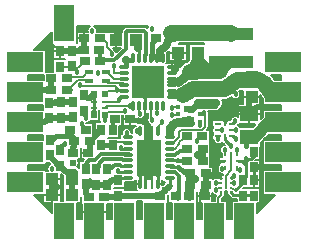
<source format=gtl>
G04 DipTrace 2.4.0.2*
%INQiUSBCharger.gtl*%
%MOMM*%
%ADD10C,0.25*%
%ADD13C,0.127*%
%ADD14C,0.203*%
%ADD15C,0.28*%
%ADD16C,0.533*%
%ADD17C,0.457*%
%ADD18C,1.016*%
%ADD20C,0.254*%
%ADD21C,0.635*%
%ADD22C,1.372*%
%ADD23C,0.305*%
%ADD24C,0.5*%
%ADD25C,0.381*%
%ADD26C,0.864*%
%ADD27C,0.787*%
%ADD28C,0.711*%
%ADD29C,0.613*%
%ADD33C,0.762*%
%ADD34C,0.965*%
%ADD35C,1.0*%
%ADD36C,0.508*%
%ADD37C,0.3*%
%ADD38R,1.7X1.6*%
%ADD39R,1.7X2.0*%
%ADD40R,1.6X1.7*%
%ADD41R,2.032X1.7*%
%ADD42R,0.7X0.9*%
%ADD43R,1.1X1.0*%
%ADD44R,0.9X0.7*%
%ADD45R,1.0X1.1*%
%ADD46R,3.7X0.98*%
%ADD47R,2.0X1.7*%
%ADD49R,0.5X0.525*%
%ADD50R,0.5X0.25*%
%ADD52R,0.7X0.45*%
%ADD53R,1.5X1.3*%
%ADD55R,0.325X0.3*%
%ADD56R,0.95X0.613*%
%ADD59O,0.28X1.0*%
%ADD60O,1.0X0.28*%
%ADD61C,0.711*%
%ADD65R,2.7X2.7*%
%ADD67C,0.25*%
%ADD70R,0.25X0.5*%
%ADD72R,0.25X0.4*%
%ADD73R,0.45X0.25*%
%ADD75C,0.559*%
%ADD77C,0.61*%
%FSLAX53Y53*%
G04*
G71*
G90*
G75*
G01*
%LNTop*%
%LPD*%
X22904Y19504D2*
D13*
X23401D1*
X23474Y19577D1*
X25304D2*
Y19504D1*
X25605D1*
Y19666D1*
X22713Y17161D2*
X23045D1*
X23502Y17618D1*
Y18095D1*
X23652Y18245D1*
X25483D1*
X25760Y18523D1*
Y19822D1*
X25605Y19666D1*
X18848Y22574D2*
X18034D1*
X17443Y23164D1*
X17365D1*
X15865D2*
X15829Y23200D1*
X15369Y22740D1*
X14009D1*
Y22635D1*
X22713Y16661D2*
D14*
X23138D1*
X23532Y17056D1*
Y17190D1*
X23824Y17481D1*
X23960D1*
X24179Y17701D1*
X13479Y16525D2*
D13*
Y16870D1*
X13705Y17096D1*
X13834D1*
X24999Y17340D2*
X25360Y17701D1*
X25479D1*
X22713Y14161D2*
D15*
Y13524D1*
D16*
X21837Y12648D1*
X21925D1*
X17198Y12559D2*
X18240D1*
X18358Y12677D1*
X21895D1*
X21925Y12648D1*
X22290Y13142D2*
Y13113D1*
X21825Y12648D1*
X25532Y15577D2*
X25512Y16639D1*
X25532Y15577D2*
Y15735D1*
D17*
X25128Y16139D1*
X12548Y20568D2*
D16*
X13515D1*
X13542Y20595D1*
X14519D1*
Y20624D1*
X13033Y20609D2*
Y20595D1*
X14519D1*
X18389Y14008D2*
D13*
X18358Y13977D1*
X17452Y13612D2*
D16*
X16537D1*
X16524Y13626D1*
X16009D1*
X15636D1*
X15612Y13650D1*
X19213Y14161D2*
D15*
X18542D1*
D16*
X18358Y13977D1*
X17817D1*
X17452Y13612D1*
X16009Y13891D2*
Y13626D1*
X15612Y13650D2*
Y12846D1*
X15898Y12559D1*
X27884Y13367D2*
D14*
X28224Y13197D1*
D20*
X29053Y13797D1*
X28940Y13986D1*
X28515Y15600D2*
D10*
X28848D1*
D20*
X29197Y15250D1*
Y14243D1*
X28940Y13986D1*
X29859Y16373D2*
X29998D1*
Y16214D1*
X29572Y15788D1*
X29327D1*
X29197Y15659D1*
Y15250D1*
X22948Y21574D2*
Y21074D1*
X29669Y22745D2*
D21*
X31345Y21344D1*
D22*
X30738Y22256D1*
D20*
X31590Y21430D1*
X29223Y15747D2*
X29264Y15788D1*
X29327D1*
X27913Y16916D2*
D10*
X27396Y17432D1*
Y17629D1*
X22948Y21574D2*
D23*
Y21221D1*
D21*
X23877Y21189D1*
D22*
X24678Y21688D1*
X27371Y21690D1*
X28415Y22444D1*
X30276Y22433D1*
D24*
X29669Y22745D1*
X28302Y21249D2*
D13*
X27371Y21690D1*
X31590Y18890D2*
D26*
X31164D1*
D18*
X29933Y17658D1*
D26*
X29479D1*
X27884Y14167D2*
D10*
X27971Y14254D1*
X28024D1*
X28148Y14378D1*
X29479Y17658D2*
D16*
Y17499D1*
X29159Y17179D1*
D25*
Y16886D1*
X22713Y14661D2*
D15*
X23182D1*
D23*
X23497Y14347D1*
Y12949D1*
X23472Y12973D1*
Y12441D1*
X23431D1*
X23225Y12648D1*
X17452Y14912D2*
X17686D1*
X18074Y15300D1*
X18500D1*
D15*
X18639Y15161D1*
X19213D1*
X21148Y24374D2*
D25*
X21189D1*
Y25634D1*
X21570Y26015D1*
X27940Y16205D2*
D14*
Y14995D1*
X27484Y14167D2*
Y13367D1*
Y14167D2*
Y14372D1*
X27940Y14827D1*
Y14995D1*
X22713Y15161D2*
D20*
X22742D1*
Y15128D1*
X23390D1*
D25*
X23939Y14675D1*
D20*
X24477Y14598D1*
D27*
Y13568D1*
D20*
X24489D1*
X25304Y20227D2*
Y20203D1*
Y20369D1*
X24955D1*
X24629Y20043D1*
X24389D1*
X24489Y13568D2*
D27*
X24381D1*
Y12646D1*
X24869Y14090D2*
D20*
X24381Y13602D1*
Y13568D1*
X26679Y20517D2*
Y20203D1*
X25304D1*
X18848Y23574D2*
X18997Y23723D1*
Y24184D1*
X19458D1*
X19648Y24374D1*
X18997Y24184D2*
D15*
X18848Y23574D1*
X18997Y24184D2*
D17*
X19458D1*
D15*
X19648Y24374D1*
X18997Y24184D2*
D17*
Y23723D1*
D15*
X18848Y23574D1*
X26679Y20517D2*
D28*
X25090D1*
D29*
X24616Y20043D1*
X24389D1*
X22713Y15661D2*
D15*
X23436D1*
D23*
X23375Y15600D1*
X24208D1*
X24232Y15577D1*
X19213Y15661D2*
D15*
X18790D1*
D23*
X18676Y15775D1*
X17117D1*
X16739Y15397D1*
Y15141D1*
X16524Y14926D1*
X22713Y16161D2*
D15*
X23174D1*
D23*
X23316Y16304D1*
X23465D1*
X23609Y16447D1*
X24060D1*
Y16790D1*
X24212Y16639D1*
X15612Y14950D2*
Y15392D1*
X15883Y15664D1*
X16394D1*
X16938Y16207D1*
X19259D1*
D15*
X19213Y16161D1*
X28440Y16205D2*
D13*
Y16536D1*
X28396D1*
X21713Y18161D2*
Y18502D1*
X22090Y18879D1*
X27440Y14995D2*
X27199D1*
Y14958D1*
X20213Y18161D2*
X19949D1*
X19931Y18179D1*
X28440Y14995D2*
Y14865D1*
X28710D1*
X28328Y17492D2*
X28320D1*
X28247Y17419D1*
Y17478D1*
X27996Y17729D1*
Y18229D2*
X28356Y18233D1*
X27440Y16205D2*
Y16530D1*
X27390Y16579D1*
X23474Y20227D2*
X23014D1*
X22916Y20128D1*
X25304Y18927D2*
Y18705D1*
X25276Y18676D1*
X14309Y18250D2*
D16*
Y17794D1*
X14640Y17463D1*
Y17282D1*
Y16780D1*
X14546D1*
Y16311D1*
X14537Y16303D1*
X12563Y17407D2*
D17*
X12785D1*
X13127Y17749D1*
X14173D1*
X14640Y17282D1*
X19213Y16661D2*
D15*
X18599D1*
X14561Y16780D2*
D16*
X14546D1*
X19213Y16661D2*
D15*
X18653D1*
D23*
X18597Y16717D1*
X31172Y15084D2*
D20*
X30169D1*
X29845Y14760D1*
Y13985D1*
X27084Y14167D2*
D10*
X26918Y14334D1*
X26627D1*
X27365Y15600D2*
D20*
X26951D1*
X26584Y15234D1*
Y14377D1*
X26627Y14334D1*
X31172Y15084D2*
D16*
X31162Y15073D1*
X29859D1*
X12755Y14071D2*
Y13398D1*
Y12753D1*
X12777Y12732D1*
X25777Y14598D2*
Y13580D1*
X25789Y13568D1*
Y12646D1*
X25681D1*
X22948Y23574D2*
D15*
Y23074D1*
Y23574D2*
X23532Y24075D1*
D16*
X23443Y24798D1*
X13293Y13398D2*
X12755D1*
X23355Y24014D2*
X23417Y24075D1*
X23532D1*
X25789Y13568D2*
Y13456D1*
D17*
X25431Y13098D1*
X21713Y13661D2*
D15*
Y14428D1*
D16*
Y15161D1*
X20963Y15911D1*
X20213Y13661D2*
D15*
Y14428D1*
D16*
Y15161D1*
X20963Y15911D1*
X14432Y24948D2*
X13468D1*
X13413Y24893D1*
X28222Y19937D2*
X28298Y20013D1*
X29933D1*
X29479Y19558D1*
X18358Y26522D2*
Y26037D1*
X18176Y25856D1*
X16952Y18258D2*
D17*
X15940Y17282D1*
D16*
Y16405D1*
X15837Y16303D1*
X16952Y18258D2*
X16719D1*
D17*
Y18057D1*
X16547Y17885D1*
X26584Y15234D2*
D23*
Y16058D1*
X26263Y16379D1*
Y18968D1*
X26680Y19385D1*
X27670D1*
X28222Y19937D1*
X27396Y18829D2*
D10*
Y19112D1*
D16*
X27670Y19385D1*
X26627Y14334D2*
D25*
X26281D1*
D16*
X26041D1*
X25777Y14598D1*
X29479Y19558D2*
Y20855D1*
X29669Y21045D1*
X14432Y24948D2*
X14963D1*
X15068Y25053D1*
X15477D1*
Y25966D1*
X15507Y25996D1*
X23355Y24014D2*
X23296Y23331D1*
D15*
X22948Y23074D1*
X14902Y24891D2*
D16*
X14963Y24948D1*
X19386Y19148D2*
D25*
Y19063D1*
X20443D1*
X20931Y18574D1*
Y15943D1*
X20963Y15911D1*
X31075Y20159D2*
D17*
X30580D1*
D16*
X30080D1*
X29479Y19558D1*
X25262Y11242D2*
D13*
Y12928D1*
X25431Y13098D1*
X12181Y25536D2*
X12770D1*
X13413Y24893D1*
X20898Y21424D2*
D16*
Y22324D1*
X20648Y20274D2*
D15*
Y21040D1*
D16*
Y22074D1*
X20898Y22324D1*
X20393Y15911D2*
X20963D1*
X19213Y17661D2*
D13*
Y17845D1*
X19072Y17987D1*
X15609Y18250D2*
Y18392D1*
X15277Y18724D1*
X21148Y20274D2*
Y19205D1*
X21243Y19110D1*
X16807Y25996D2*
Y26231D1*
X17435Y25603D1*
Y25267D1*
X17824Y24878D1*
Y24681D1*
X19648Y20274D2*
X19399D1*
X19395Y20278D1*
X27084Y12967D2*
D14*
Y12745D1*
X26849Y12510D1*
Y11609D1*
D13*
X26510Y11270D1*
X19395Y20278D2*
X17357D1*
X17213Y20133D1*
X20148Y20274D2*
Y19721D1*
X20245Y19624D1*
X27996Y18729D2*
Y18735D1*
X28277Y19016D1*
X15473Y19869D2*
Y19451D1*
X15662Y19263D1*
X20148Y24374D2*
D15*
Y25428D1*
D23*
X19952D1*
Y25779D1*
D13*
X19876Y25856D1*
X10000Y21430D2*
X11270D1*
X12709Y22635D2*
D16*
Y21637D1*
X12698D1*
X11477D1*
X11270Y21430D1*
X20078Y25185D2*
D13*
Y25379D1*
D23*
Y25185D1*
Y25821D1*
X19876Y25856D1*
X18848Y23074D2*
D13*
X17989D1*
Y23629D1*
X11270Y18890D2*
D16*
X12170D1*
X12548Y19268D1*
X13515D1*
X13542Y19295D1*
X14490D1*
X14519Y19324D1*
X19213Y17161D2*
D14*
Y17227D1*
X18176D1*
X17887Y16938D1*
D25*
X16972D1*
X16952Y16958D1*
X19213Y14661D2*
D15*
X18983D1*
D13*
X18949Y14695D1*
D20*
X18312D1*
Y14783D1*
X14455Y14071D2*
D16*
Y14248D1*
X13479Y15225D1*
X14477Y12732D2*
Y14049D1*
X14455Y14071D1*
X14744Y14723D2*
X13980D1*
X13479Y15225D1*
X13385D1*
X12502Y16107D1*
X12563D1*
X16854Y24102D2*
D23*
Y24137D1*
Y24976D1*
X16777Y25053D1*
X16854Y24137D2*
X18048D1*
X19013Y25102D1*
Y26517D1*
X19139Y26643D1*
X20567D1*
X20715Y26495D1*
Y24568D1*
D15*
X20648Y24501D1*
Y24374D1*
X27884Y13767D2*
D13*
X28171Y13756D1*
X18965Y19855D2*
Y19749D1*
X17464D1*
X17213Y19498D1*
X18848Y21574D2*
X18491D1*
X18232Y21832D1*
X18126Y21938D1*
X15273D1*
X15174Y22037D1*
X27084Y13767D2*
X26626D1*
X26607Y13748D1*
X27157Y18232D2*
X26800D1*
X26796Y18229D1*
X18234Y21596D2*
X18232Y21598D1*
Y21832D1*
X18234Y21567D2*
X17507D1*
X17213Y21273D1*
X27084Y13367D2*
X26849D1*
X26644Y13162D1*
X26836Y17489D2*
Y17690D1*
X26796Y17729D1*
X18848Y21074D2*
X18765D1*
X18504Y20812D1*
X18415D1*
Y20633D1*
X17213D1*
X18848Y22074D2*
Y22211D1*
X17518D1*
X17365Y22364D1*
X15865D2*
Y22473D1*
X14939D1*
X14334Y21868D1*
Y21743D1*
X14440Y21637D1*
X13998D1*
X22870Y26015D2*
D25*
Y26458D1*
D22*
X27893D1*
Y26391D1*
X21648Y24374D2*
D15*
X22148D1*
X22870Y26015D2*
D13*
X22656Y25981D1*
D21*
X22427Y25363D1*
X21900Y24894D1*
D23*
Y24126D1*
D13*
X22148Y24374D1*
X22948Y22574D2*
D15*
Y22074D1*
Y22574D2*
D23*
X22752Y22344D1*
D16*
X23412Y22309D1*
D33*
X24447Y23192D1*
D22*
X25714Y23267D1*
X26962D1*
D34*
X27716Y24021D1*
X27893D1*
X25143Y24798D2*
D35*
Y23837D1*
D22*
X25714Y23267D1*
X24275Y23213D2*
D33*
X24447Y23192D1*
X13413Y23593D2*
D13*
X14377D1*
X14432Y23648D1*
X21648Y20274D2*
Y19732D1*
X21670Y19710D1*
X14432Y23648D2*
Y23577D1*
X14704Y23305D1*
X14980Y23580D1*
X15032D1*
X15554Y24102D1*
X14888Y23174D2*
X14757Y23305D1*
X14704D1*
X17887Y18238D2*
D23*
Y18949D1*
X18086Y19148D1*
X23107Y18901D2*
D36*
X24418Y19181D1*
X24461Y19024D1*
D20*
X24389Y19111D1*
X23474Y18927D2*
X24205D1*
X24389Y19111D1*
D29*
X24505Y18814D1*
X23361D1*
D37*
X23474Y18927D1*
X22720Y18014D2*
X23114Y18898D1*
X23474Y18927D1*
X22713Y17661D2*
D15*
Y18008D1*
D28*
X22720Y18014D1*
Y18405D1*
D27*
X23023Y18708D1*
D37*
X23255D1*
X23474Y18927D1*
X15941Y20937D2*
D17*
X15977D1*
D24*
X16313Y21273D1*
Y21014D1*
D10*
Y20633D1*
Y20133D1*
Y19741D1*
D24*
Y19498D1*
X15941Y20937D2*
D17*
X15705D1*
D16*
X15473Y21169D1*
X27884Y12967D2*
D20*
X28109Y12743D1*
X28882D1*
X28940Y12686D1*
Y12744D1*
X29787D1*
X29845Y12685D1*
D17*
X28171Y13756D3*
X28148Y14378D3*
D75*
X31172Y15084D3*
D17*
X26627Y14334D3*
X17824Y24681D3*
X28396Y16536D3*
X27199Y14958D3*
X28710Y14865D3*
X18312Y14783D3*
X14744Y14723D3*
X13834Y17096D3*
X24999Y17340D3*
X16009Y13891D3*
X13033Y20609D3*
D77*
X22290Y13142D3*
D17*
X21243Y19110D3*
D28*
X25128Y16139D3*
D17*
X22916Y20128D3*
X25276Y18676D3*
X22904Y19504D3*
X25605Y19666D3*
D28*
X24869Y14090D3*
X26679Y20517D3*
D17*
X17989Y23629D3*
X19395Y20278D3*
D28*
X22720Y18014D3*
D17*
X15941Y20937D3*
X18415Y20812D3*
X21670Y19710D3*
X20245Y19624D3*
D28*
X20078Y25185D3*
D17*
X19931Y18179D3*
X22090Y18879D3*
X26607Y13748D3*
D28*
X24275Y23213D3*
D17*
X27157Y18232D3*
X26836Y17489D3*
X29223Y15747D3*
X27913Y16916D3*
X28328Y17492D3*
X28277Y19016D3*
X19072Y17987D3*
X13293Y13398D3*
D28*
X18997Y24184D3*
X18358Y26522D3*
X23355Y24014D3*
D77*
X14524Y15466D3*
D17*
X25431Y13098D3*
X15174Y22037D3*
X18965Y19855D3*
X26644Y13162D3*
X29159Y16886D3*
X28356Y18233D3*
X27390Y16579D3*
X28302Y21249D3*
X12766Y14962D3*
X17214Y19104D3*
D28*
X28222Y19937D3*
D17*
X18597Y16717D3*
X15277Y18724D3*
X14561Y16780D3*
X16547Y17885D3*
X14888Y23174D3*
D75*
X14902Y24891D3*
D17*
X18234Y21596D3*
X16640Y23103D3*
X16178Y26665D3*
X15662Y19263D3*
X12181Y25536D3*
X11049Y22723D3*
Y20158D3*
X11152Y17623D3*
X11171Y15098D3*
X15079Y11245D3*
X11787Y12403D3*
X17667Y11228D3*
X20181D3*
X22683Y11166D3*
X25262Y11242D3*
X27797Y11336D3*
X30707Y12444D3*
X31341Y17613D3*
X31075Y20159D3*
X31749Y22698D3*
X21268Y26814D3*
X14869Y26933D2*
D13*
X15837D1*
X16520D2*
X18935D1*
X20770D2*
X20849D1*
X14869Y26809D2*
X15766D1*
X16589D2*
X18800D1*
X14869Y26686D2*
X15742D1*
X16615D2*
X18697D1*
X14869Y26562D2*
X15754D1*
X16601D2*
X18655D1*
X12652Y26438D2*
X12752D1*
X12529Y26315D2*
X12752D1*
X12406Y26191D2*
X12752D1*
X12281Y26067D2*
X12752D1*
X12158Y25944D2*
X12752D1*
X12035Y25820D2*
X12752D1*
X11910Y25696D2*
X12752D1*
X11787Y25573D2*
X12752D1*
X23528D2*
X25634D1*
X11664Y25449D2*
X12855D1*
X24201D2*
X24386D1*
X11539Y25325D2*
X12855D1*
X24201D2*
X24386D1*
X11416Y25202D2*
X12855D1*
X24201D2*
X24386D1*
X11293Y25078D2*
X12855D1*
X18002D2*
X18485D1*
X24201D2*
X24386D1*
X12277Y24954D2*
X12855D1*
X18161D2*
X18360D1*
X24201D2*
X24386D1*
X12277Y24831D2*
X12855D1*
X22612D2*
X22687D1*
X24201D2*
X24386D1*
X12277Y24707D2*
X12855D1*
X22497D2*
X22686D1*
X24201D2*
X24386D1*
X12277Y24583D2*
X12855D1*
X22497D2*
X22686D1*
X24201D2*
X24386D1*
X12277Y24460D2*
X12855D1*
X22497D2*
X22686D1*
X24201D2*
X24386D1*
X12277Y24336D2*
X12855D1*
X22497D2*
X22686D1*
X24201D2*
X24386D1*
X12277Y24212D2*
X12855D1*
X22497D2*
X22686D1*
X24201D2*
X24333D1*
X12277Y24089D2*
X12855D1*
X22497D2*
X24287D1*
X12277Y23965D2*
X12855D1*
X22493D2*
X24011D1*
X12277Y23841D2*
X12855D1*
X23523D2*
X23838D1*
X12277Y23718D2*
X12855D1*
X23624D2*
X23727D1*
X12277Y23594D2*
X12855D1*
X12277Y23470D2*
X12855D1*
X12277Y23347D2*
X12855D1*
X12277Y23223D2*
X12855D1*
X10736Y22852D2*
X12051D1*
X31400D2*
X32123D1*
X10736Y22728D2*
X12051D1*
X31496D2*
X32123D1*
X10736Y22605D2*
X12051D1*
X31577D2*
X32123D1*
X10736Y22481D2*
X12051D1*
X31660D2*
X32123D1*
X28662Y21492D2*
X28960D1*
X28722Y21368D2*
X28960D1*
X28737Y21244D2*
X28960D1*
X28718Y21121D2*
X28960D1*
X28656Y20997D2*
X28960D1*
X30377D2*
X30504D1*
X27714Y20873D2*
X28093D1*
X28511D2*
X28960D1*
X30377D2*
X30581D1*
X27192Y20750D2*
X28960D1*
X30377D2*
X30581D1*
X27231Y20626D2*
X28960D1*
X30377D2*
X30581D1*
X27241Y20502D2*
X28960D1*
X30377D2*
X30581D1*
X10736Y20379D2*
X11990D1*
X27225D2*
X28522D1*
X30436D2*
X32123D1*
X10736Y20255D2*
X11990D1*
X27176D2*
X28522D1*
X30436D2*
X32123D1*
X10736Y20131D2*
X11990D1*
X27084D2*
X28522D1*
X30436D2*
X32123D1*
X10736Y20008D2*
X11990D1*
X26948D2*
X28522D1*
X30436D2*
X32123D1*
X26737Y19884D2*
X28522D1*
X30436D2*
X30581D1*
X26033Y19760D2*
X28522D1*
X30436D2*
X30581D1*
X26041Y19637D2*
X28522D1*
X30436D2*
X30581D1*
X20667Y19513D2*
X20876D1*
X26033D2*
X28522D1*
X30436D2*
X30581D1*
X20611Y19389D2*
X20876D1*
X26033D2*
X28063D1*
X30436D2*
X30581D1*
X20484Y19266D2*
X20836D1*
X26033D2*
X27063D1*
X27729D2*
X27922D1*
X30436D2*
X30534D1*
X20044Y19142D2*
X20808D1*
X26033D2*
X27063D1*
X27729D2*
X27861D1*
X16020Y19018D2*
X16786D1*
X20044D2*
X20816D1*
X26033D2*
X26339D1*
X15885Y18895D2*
X16395D1*
X20044D2*
X20866D1*
X26033D2*
X26339D1*
X16266Y18771D2*
X16395D1*
X20451D2*
X20975D1*
X26033D2*
X26339D1*
X16266Y18647D2*
X16395D1*
X26033D2*
X26339D1*
X28499D2*
X29915D1*
X16266Y18524D2*
X16395D1*
X18445D2*
X19673D1*
X26033D2*
X26339D1*
X28678D2*
X29792D1*
X16266Y18400D2*
X16395D1*
X18445D2*
X18965D1*
X19179D2*
X19558D1*
X26001D2*
X26339D1*
X16266Y18276D2*
X16395D1*
X18445D2*
X18751D1*
X19393D2*
X19507D1*
X25892D2*
X26339D1*
X16266Y18153D2*
X16395D1*
X18445D2*
X18669D1*
X26136D2*
X26339D1*
X16266Y18029D2*
X16395D1*
X18445D2*
X18637D1*
X26136D2*
X26339D1*
X16266Y17905D2*
X16395D1*
X18445D2*
X18612D1*
X26136D2*
X26339D1*
X10736Y17782D2*
X12006D1*
X18445D2*
X18528D1*
X26136D2*
X26339D1*
X31063D2*
X32123D1*
X10736Y17658D2*
X12006D1*
X26136D2*
X26339D1*
X30940D2*
X32123D1*
X10736Y17534D2*
X12006D1*
X18445D2*
X18530D1*
X26136D2*
X26339D1*
X30815D2*
X32123D1*
X10736Y17411D2*
X12006D1*
X26136D2*
X26339D1*
X30692D2*
X32123D1*
X26136Y17287D2*
X26450D1*
X26170Y17163D2*
X26553D1*
X27118D2*
X27200D1*
X30444D2*
X30581D1*
X26170Y17040D2*
X27323D1*
X30436D2*
X30581D1*
X26170Y16916D2*
X27121D1*
X30436D2*
X30581D1*
X26170Y16792D2*
X27011D1*
X30416D2*
X30581D1*
X26170Y16669D2*
X26964D1*
X30416D2*
X30581D1*
X26170Y16545D2*
X26956D1*
X30416D2*
X30581D1*
X26170Y16421D2*
X26984D1*
X30416D2*
X30581D1*
X26170Y16298D2*
X27061D1*
X30416D2*
X30581D1*
X26170Y16174D2*
X27107D1*
X30416D2*
X30581D1*
X26190Y16050D2*
X27107D1*
X30416D2*
X30581D1*
X26190Y15927D2*
X27107D1*
X30416D2*
X30581D1*
X26190Y15803D2*
X26932D1*
X30416D2*
X30581D1*
X14990Y15679D2*
X15395D1*
X26190D2*
X26932D1*
X30416D2*
X30581D1*
X26190Y15556D2*
X26932D1*
X30416D2*
X30581D1*
X12277Y15432D2*
X12512D1*
X26190D2*
X26932D1*
X30416D2*
X30581D1*
X12277Y15308D2*
X12510D1*
X26190D2*
X26932D1*
X30416D2*
X30581D1*
X10736Y15185D2*
X12393D1*
X14950D2*
X15054D1*
X26190D2*
X26829D1*
X30416D2*
X32123D1*
X10736Y15061D2*
X12341D1*
X26436D2*
X26775D1*
X30416D2*
X32123D1*
X10736Y14937D2*
X12331D1*
X26436D2*
X26763D1*
X30416D2*
X32123D1*
X12277Y14814D2*
X12357D1*
X26436D2*
X26787D1*
X30416D2*
X30581D1*
X26436Y14690D2*
X26857D1*
X30416D2*
X30581D1*
X26436Y14566D2*
X27023D1*
X30416D2*
X30581D1*
X13513Y14443D2*
X13595D1*
X26436D2*
X26908D1*
X30416D2*
X30581D1*
X13513Y14319D2*
X13696D1*
X26436D2*
X26789D1*
X30404D2*
X30581D1*
X13513Y14195D2*
X13696D1*
X26436D2*
X26753D1*
X30404D2*
X30581D1*
X13513Y14072D2*
X13696D1*
X30404D2*
X30581D1*
X13513Y13948D2*
X13696D1*
X30404D2*
X30581D1*
X13513Y13824D2*
X13696D1*
X18915D2*
X19866D1*
X22062D2*
X22346D1*
X30404D2*
X30581D1*
X13513Y13701D2*
X13696D1*
X18915D2*
X19866D1*
X22062D2*
X22223D1*
X30404D2*
X30581D1*
X13513Y13577D2*
X13696D1*
X18915D2*
X19866D1*
X30404D2*
X30581D1*
X13513Y13453D2*
X13696D1*
X18915D2*
X19866D1*
X30404D2*
X30581D1*
X13535Y13330D2*
X13718D1*
X18010D2*
X19866D1*
X30404D2*
X30581D1*
X13535Y13206D2*
X13718D1*
X18915D2*
X19880D1*
X30404D2*
X30581D1*
X13535Y13082D2*
X13718D1*
X30404D2*
X30581D1*
X13535Y12959D2*
X13718D1*
X27418D2*
X27549D1*
X30404D2*
X30581D1*
X13535Y12835D2*
X13718D1*
X27394D2*
X27577D1*
X30404D2*
X30581D1*
X11283Y12711D2*
X12020D1*
X13535D2*
X13718D1*
X26338D2*
X26619D1*
X27392D2*
X27672D1*
X30404D2*
X31576D1*
X11408Y12588D2*
X12020D1*
X13535D2*
X13718D1*
X26338D2*
X26549D1*
X27348D2*
X27795D1*
X30404D2*
X31452D1*
X11531Y12464D2*
X12020D1*
X13535D2*
X13718D1*
X26338D2*
X26539D1*
X27235D2*
X27934D1*
X30404D2*
X31329D1*
X11654Y12340D2*
X12020D1*
X13535D2*
X13718D1*
X26338D2*
X26539D1*
X27158D2*
X28381D1*
X30404D2*
X31204D1*
X11779Y12217D2*
X12020D1*
X27569D2*
X27992D1*
X30404D2*
X31081D1*
X11902Y12093D2*
X12020D1*
X19949D2*
X20372D1*
X22489D2*
X22912D1*
X25029D2*
X25452D1*
X27569D2*
X27992D1*
X30404D2*
X30958D1*
X12025Y11969D2*
X12752D1*
X14869D2*
X15292D1*
X17409D2*
X17832D1*
X19949D2*
X20372D1*
X22489D2*
X22912D1*
X25029D2*
X25452D1*
X27569D2*
X27992D1*
X30109D2*
X30833D1*
X12148Y11846D2*
X12752D1*
X14869D2*
X15292D1*
X17409D2*
X17832D1*
X19949D2*
X20372D1*
X22489D2*
X22912D1*
X25029D2*
X25452D1*
X27569D2*
X27992D1*
X30109D2*
X30710D1*
X12273Y11722D2*
X12752D1*
X14869D2*
X15292D1*
X17409D2*
X17832D1*
X19949D2*
X20372D1*
X22489D2*
X22912D1*
X25029D2*
X25452D1*
X27569D2*
X27992D1*
X30109D2*
X30587D1*
X12396Y11598D2*
X12752D1*
X14869D2*
X15292D1*
X17409D2*
X17832D1*
X19949D2*
X20372D1*
X22489D2*
X22912D1*
X25029D2*
X25452D1*
X27569D2*
X27992D1*
X30109D2*
X30462D1*
X12519Y11475D2*
X12752D1*
X14869D2*
X15292D1*
X17409D2*
X17832D1*
X19949D2*
X20372D1*
X22489D2*
X22912D1*
X25029D2*
X25452D1*
X27569D2*
X27992D1*
X30109D2*
X30339D1*
X12644Y11351D2*
X12752D1*
X14869D2*
X15292D1*
X17409D2*
X17832D1*
X19949D2*
X20372D1*
X22489D2*
X22912D1*
X25029D2*
X25452D1*
X27569D2*
X27992D1*
X30109D2*
X30216D1*
X14869Y11227D2*
X15292D1*
X17409D2*
X17832D1*
X19949D2*
X20372D1*
X22489D2*
X22912D1*
X25029D2*
X25452D1*
X27569D2*
X27992D1*
X14869Y11104D2*
X15292D1*
X17409D2*
X17832D1*
X19949D2*
X20372D1*
X22489D2*
X22912D1*
X25029D2*
X25452D1*
X27569D2*
X27992D1*
X14869Y10980D2*
X15292D1*
X17409D2*
X17832D1*
X19949D2*
X20372D1*
X22489D2*
X22912D1*
X25029D2*
X25452D1*
X27569D2*
X27992D1*
X14869Y10856D2*
X15292D1*
X17409D2*
X17832D1*
X19949D2*
X20372D1*
X22489D2*
X22912D1*
X25029D2*
X25452D1*
X27569D2*
X27992D1*
X14869Y10733D2*
X15292D1*
X17409D2*
X17832D1*
X19949D2*
X20372D1*
X22489D2*
X22912D1*
X25029D2*
X25452D1*
X27569D2*
X27992D1*
X13520Y12266D2*
X13731D1*
Y13375D1*
X13709D1*
Y14341D1*
X13501Y14549D1*
Y13427D1*
X13522D1*
Y12266D1*
X14856Y12037D2*
Y10721D1*
X15074Y10724D1*
X15306D1*
X15304Y10808D1*
Y12014D1*
X15253D1*
Y12556D1*
X15240Y12572D1*
X15222Y12538D1*
Y12036D1*
X14855D1*
X12764Y11217D2*
Y12035D1*
X12684Y12036D1*
X12031D1*
Y12765D1*
X11216Y12764D1*
X11648Y12334D1*
X12766Y11216D1*
X30658Y19936D2*
X32136D1*
X32137Y20386D1*
X31786Y20384D1*
X31648Y20386D1*
X31443Y20384D1*
X30594D1*
Y20883D1*
X30364Y21227D1*
Y20403D1*
X30424Y20404D1*
Y19145D1*
X30596Y19316D1*
X30594Y19936D1*
X30658D1*
X32135Y17844D2*
X31115D1*
X30664Y17395D1*
X32139Y17396D1*
X32137Y17614D1*
Y17846D1*
X31786Y17844D1*
X31648Y17846D1*
X31652Y22476D2*
X32136D1*
X32137Y22926D1*
X31664Y22924D1*
X31314D1*
X31411Y22826D1*
X31472Y22744D1*
X31651Y22475D1*
X32139Y22476D1*
X25016Y12101D2*
Y10721D1*
X25234Y10724D1*
X25466D1*
X25464Y11196D1*
Y12102D1*
X25438Y12100D1*
X25035D1*
Y13023D1*
X25027Y13001D1*
Y12100D1*
X25017D1*
X22924Y10725D2*
Y12102D1*
X22579D1*
Y12735D1*
X22570Y12685D1*
Y12102D1*
X22477D1*
X22476Y11440D1*
Y10721D1*
X22694Y10724D1*
X22926D1*
X22924Y11196D1*
X22926D1*
X12265Y14766D2*
X12390D1*
X12361Y14838D1*
X12347Y14899D1*
X12342Y14963D1*
X12347Y15026D1*
X12361Y15088D1*
X12384Y15147D1*
X12416Y15202D1*
X12456Y15251D1*
X12503Y15294D1*
X12555Y15330D1*
X12603Y15353D1*
X12493Y15463D1*
X12265Y15462D1*
X12266Y15304D1*
X10724D1*
Y14854D1*
X11196Y14856D1*
X12266D1*
Y14766D1*
X26177Y15143D2*
X26422D1*
Y14130D1*
X26514Y14162D1*
X26576Y14171D1*
X26640D1*
X26702Y14161D1*
X26765Y14141D1*
X26766Y14202D1*
X26778Y14264D1*
X26803Y14322D1*
X26839Y14374D1*
X26885Y14418D1*
X26938Y14453D1*
X26997Y14476D1*
X27059Y14487D1*
X27123Y14486D1*
X27185Y14472D1*
X27202Y14465D1*
X27230Y14535D1*
X27167D1*
X27104Y14544D1*
X27043Y14563D1*
X26986Y14591D1*
X26934Y14627D1*
X26887Y14670D1*
X26848Y14719D1*
X26816Y14774D1*
X26793Y14833D1*
X26779Y14895D1*
X26775Y14959D1*
X26779Y15022D1*
X26794Y15084D1*
X26817Y15143D1*
X26849Y15198D1*
X26889Y15247D1*
X26943Y15296D1*
X26944Y15686D1*
Y15921D1*
X27119D1*
Y16252D1*
X27079Y16291D1*
X27040Y16341D1*
X27008Y16396D1*
X26985Y16455D1*
X26971Y16517D1*
X26966Y16580D1*
X26971Y16643D1*
X26985Y16705D1*
X27009Y16764D1*
X27041Y16819D1*
X27080Y16869D1*
X27127Y16912D1*
X27179Y16947D1*
X27237Y16974D1*
X27297Y16993D1*
X27372Y17003D1*
X27192Y17183D1*
X27128D1*
X27100Y17158D1*
X27047Y17122D1*
X26990Y17094D1*
X26930Y17076D1*
X26867Y17066D1*
X26803Y17067D1*
X26741Y17076D1*
X26680Y17095D1*
X26623Y17122D1*
X26571Y17158D1*
X26524Y17201D1*
X26485Y17251D1*
X26453Y17306D1*
X26430Y17365D1*
X26420Y17410D1*
X26351Y17408D1*
X26353Y18049D1*
X26351Y18098D1*
X26353Y18549D1*
X26351Y18598D1*
Y19049D1*
X27075D1*
X27076Y19274D1*
X27717D1*
Y19049D1*
X27855D1*
X27872Y19142D1*
X27896Y19201D1*
X27928Y19256D1*
X27967Y19305D1*
X28014Y19348D1*
X28066Y19384D1*
X28124Y19411D1*
X28184Y19430D1*
X28247Y19439D1*
X28310D1*
X28373Y19429D1*
X28434Y19410D1*
X28491Y19382D1*
X28535Y19352D1*
X28533Y19437D1*
Y20404D1*
X28973D1*
Y21560D1*
X28698Y21561D1*
X28633Y21515D1*
X28685Y21432D1*
X28708Y21373D1*
X28722Y21311D1*
X28726Y21249D1*
X28721Y21186D1*
X28707Y21124D1*
X28684Y21065D1*
X28652Y21010D1*
X28613Y20960D1*
X28566Y20917D1*
X28514Y20882D1*
X28457Y20854D1*
X28396Y20836D1*
X28333Y20826D1*
X28270D1*
X28207Y20836D1*
X28146Y20854D1*
X28089Y20882D1*
X28037Y20918D1*
X27990Y20961D1*
X27946Y21019D1*
X27834Y20941D1*
X27722Y20882D1*
X27602Y20840D1*
X27477Y20816D1*
X27349Y20809D1*
X27147D1*
X27182Y20741D1*
X27205Y20682D1*
X27220Y20620D1*
X27228Y20557D1*
X27229Y20494D1*
X27223Y20431D1*
X27209Y20369D1*
X27189Y20309D1*
X27162Y20251D1*
X27128Y20198D1*
X27088Y20148D1*
X27043Y20104D1*
X27012Y20078D1*
X26957Y20042D1*
X26906Y19974D1*
X26857Y19934D1*
X26801Y19904D1*
X26740Y19886D1*
X26679Y19880D1*
X26014D1*
X26019Y19822D1*
Y19752D1*
X26029Y19666D1*
X26019Y19582D1*
Y18523D1*
X26012Y18460D1*
X25989Y18401D1*
X25944Y18339D1*
X25850Y18245D1*
X26124Y18246D1*
Y17184D1*
X26157D1*
Y16122D1*
X26177D1*
Y15144D1*
X12002Y19936D2*
Y20385D1*
X10721Y20384D1*
X10724Y20166D1*
Y19934D1*
X11074Y19936D1*
X11212Y19934D1*
X11417Y19936D1*
X12003D1*
X17997Y13323D2*
X18903D1*
Y13138D1*
X19628Y13139D1*
X19919D1*
X19893Y13201D1*
X19880Y13263D1*
X19878Y13352D1*
Y14021D1*
X19856Y13981D1*
X19817Y13931D1*
X19770Y13889D1*
X19715Y13857D1*
X19655Y13836D1*
X19575Y13827D1*
X19129Y13826D1*
X18905D1*
X18903Y13332D1*
X17996D1*
X17844Y12031D2*
Y12014D1*
X17396Y12012D1*
Y10723D1*
X17846Y10724D1*
X17844Y11196D1*
Y12031D1*
X15129Y15596D2*
X15330D1*
X15365Y15638D1*
X15485Y15758D1*
X15192Y15757D1*
Y16737D1*
X15183Y16721D1*
Y15757D1*
X14931D1*
X14976Y15682D1*
X14999Y15623D1*
X15015Y15562D1*
X15025Y15466D1*
X15021Y15403D1*
X15009Y15340D1*
X14989Y15280D1*
X14962Y15223D1*
X14913Y15153D1*
X14985Y15117D1*
X15037Y15081D1*
X15067Y15052D1*
X15066Y15511D1*
Y15596D1*
X15129D1*
X23516Y25578D2*
Y25495D1*
X23764Y25494D1*
X24189D1*
Y24103D1*
X22698D1*
Y24917D1*
X22482Y24725D1*
X22483Y24014D1*
X22477Y23951D1*
X22455Y23881D1*
X22494Y23896D1*
X22556Y23908D1*
X22689Y23909D1*
X23339Y23908D1*
X23402Y23896D1*
X23460Y23873D1*
X23514Y23839D1*
X23560Y23795D1*
X23597Y23744D1*
X23624Y23686D1*
X23640Y23625D1*
X23643Y23561D1*
Y23550D1*
X23688Y23639D1*
X23760Y23744D1*
X23846Y23837D1*
X23945Y23916D1*
X24054Y23981D1*
X24171Y24029D1*
X24293Y24060D1*
X24321Y24154D1*
X24375Y24269D1*
X24398Y24308D1*
Y25494D1*
X25646D1*
Y25576D1*
X23513Y25577D1*
X26327Y12881D2*
Y12265D1*
X26554Y12266D1*
X26552Y12510D1*
X26559Y12573D1*
X26579Y12633D1*
X26610Y12686D1*
X26657Y12738D1*
X26611Y12739D1*
X26549Y12749D1*
X26488Y12768D1*
X26431Y12795D1*
X26379Y12831D1*
X26326Y12882D1*
X14855Y25599D2*
X14862D1*
X14861Y26541D1*
X15773D1*
X15759Y26603D1*
X15754Y26666D1*
X15759Y26729D1*
X15773Y26791D1*
X15796Y26850D1*
X15828Y26905D1*
X15868Y26954D1*
X15915Y26997D1*
X15967Y27033D1*
X16015Y27056D1*
X14854Y27057D1*
X14856Y26584D1*
Y25599D1*
X17443Y26551D2*
X18666D1*
X18687Y26641D1*
X18715Y26698D1*
X18766Y26763D1*
X18893Y26889D1*
X18941Y26929D1*
X18997Y26960D1*
X19057Y26981D1*
X19139Y26991D1*
X20567D1*
X20630Y26985D1*
X20691Y26968D1*
X20748Y26940D1*
X20813Y26889D1*
X20845Y26857D1*
X20862Y26940D1*
X20886Y26999D1*
X20919Y27055D1*
X19722Y27057D1*
X16342D1*
X16392Y27032D1*
X16444Y26996D1*
X16490Y26952D1*
X16530Y26903D1*
X16561Y26848D1*
X16584Y26788D1*
X16598Y26727D1*
X16602Y26665D1*
X16598Y26602D1*
X16584Y26542D1*
X17429Y26541D1*
X17430Y26551D1*
X17443D1*
X18566Y25160D2*
X17907D1*
X18004Y25064D1*
X18037Y25047D1*
X18089Y25011D1*
X18136Y24968D1*
X18175Y24918D1*
X18206Y24863D1*
X18227Y24810D1*
X18578Y25160D1*
X18566D1*
X16254Y17828D2*
X16406Y17829D1*
Y18904D1*
X16841D1*
X16809Y18980D1*
X16795Y19040D1*
X16767D1*
X16769Y19956D1*
X16758D1*
Y19040D1*
X16022D1*
X15973Y18974D1*
X15926Y18931D1*
X15874Y18895D1*
X15816Y18868D1*
X15756Y18849D1*
X15683Y18840D1*
X15725Y18795D1*
X16254D1*
Y17829D1*
X30404Y16814D2*
Y15728D1*
X29966D1*
X29961Y15719D1*
X30404D1*
Y14428D1*
X30391Y14427D1*
Y13339D1*
X28971Y13340D1*
X28965Y13331D1*
X29485Y13329D1*
X29935Y13330D1*
X30391D1*
Y12039D1*
X30095D1*
X30096Y11216D1*
X30526Y11648D1*
X31644Y12766D1*
X31443Y12764D1*
X30594D1*
Y14856D1*
X32139D1*
X32137Y15074D1*
Y15306D1*
X31664Y15304D1*
X30594D1*
Y17327D1*
X30423Y17154D1*
X30424Y16813D1*
X30403D1*
X12264Y23180D2*
X12867D1*
Y24238D1*
X13885D1*
X13882Y24247D1*
X12867D1*
Y25515D1*
X12764Y25514D1*
Y26564D1*
X12334Y26132D1*
X11216Y25014D1*
X11417Y25016D1*
X12266D1*
Y23180D1*
X12064Y22476D2*
Y22925D1*
X10721Y22924D1*
X10724Y22706D1*
Y22474D1*
X11196Y22476D1*
X12062D1*
X27145Y12266D2*
X27556D1*
Y10721D1*
X27774Y10724D1*
X28006D1*
X28004Y11196D1*
Y12266D1*
X28395D1*
X28394Y12419D1*
X28109Y12420D1*
X28046Y12427D1*
X27985Y12445D1*
X27929Y12475D1*
X27881Y12515D1*
X27656Y12739D1*
X27616Y12788D1*
X27586Y12844D1*
X27568Y12905D1*
X27562Y12968D1*
X27568Y13031D1*
X27577Y13060D1*
X27480Y13047D1*
X27417Y13054D1*
X27389Y13063D1*
X27402Y13013D1*
X27405Y12967D1*
X27399Y12904D1*
X27381Y12840D1*
Y12745D1*
X27375Y12682D1*
X27355Y12622D1*
X27323Y12568D1*
X27250Y12490D1*
X27146Y12383D1*
Y12265D1*
X20384Y10725D2*
Y12217D1*
X20244Y12215D1*
X19937D1*
X19936Y11059D1*
Y10721D1*
X20154Y10724D1*
X20386D1*
X20384Y11196D1*
X20386D1*
X12018Y17844D2*
X10724D1*
Y17394D1*
X11074Y17396D1*
X11212Y17394D1*
X11417Y17396D1*
X12018Y17397D1*
Y17843D1*
X18433Y18604D2*
Y17592D1*
X17498D1*
X17532Y17583D1*
X18433D1*
Y17522D1*
X18547Y17524D1*
X18533Y17561D1*
X18520Y17623D1*
X18519Y17686D1*
X18529Y17749D1*
X18552Y17808D1*
X18585Y17862D1*
X18627Y17909D1*
X18651Y17927D1*
X18648Y17987D1*
X18652Y18051D1*
X18667Y18112D1*
X18690Y18171D1*
X18722Y18226D1*
X18762Y18276D1*
X18808Y18319D1*
X18861Y18354D1*
X18918Y18382D1*
X18979Y18400D1*
X19041Y18410D1*
X19105Y18409D1*
X19168Y18400D1*
X19228Y18381D1*
X19285Y18353D1*
X19337Y18317D1*
X19384Y18274D1*
X19423Y18224D1*
X19455Y18169D1*
X19478Y18110D1*
X19491Y18048D1*
X19495Y17996D1*
X19526Y18054D1*
X19512Y18116D1*
X19507Y18179D1*
X19512Y18243D1*
X19526Y18304D1*
X19550Y18363D1*
X19582Y18418D1*
X19621Y18468D1*
X19668Y18511D1*
X19720Y18546D1*
X19778Y18574D1*
X19838Y18592D1*
X19887Y18600D1*
X19854Y18602D1*
X18740D1*
Y19490D1*
X18731Y19439D1*
Y18602D1*
X18432D1*
X28682Y18504D2*
X29785D1*
X29992Y18713D1*
X28574D1*
X28542Y18684D1*
X28473Y18641D1*
X28570Y18599D1*
X28622Y18564D1*
X28682Y18503D1*
X20031Y19257D2*
Y18802D1*
X20095Y18835D1*
X20156Y18852D1*
X20219Y18857D1*
X20282Y18850D1*
X20343Y18831D1*
X20399Y18801D1*
X20448Y18761D1*
X20475Y18729D1*
X20506Y18745D1*
X20556Y18756D1*
X20816D1*
X20866Y18747D1*
X20911Y18724D1*
X20950Y18691D1*
X20964Y18673D1*
X20992Y18706D1*
X21033Y18735D1*
X21039Y18738D1*
X20978Y18778D1*
X20931Y18822D1*
X20892Y18871D1*
X20860Y18926D1*
X20837Y18985D1*
X20823Y19047D1*
X20819Y19111D1*
X20824Y19174D1*
X20838Y19236D1*
X20861Y19295D1*
X20890Y19344D1*
X20889Y19679D1*
X20834Y19634D1*
X20778Y19604D1*
X20717Y19585D1*
X20667Y19579D1*
X20650Y19498D1*
X20627Y19439D1*
X20595Y19384D1*
X20556Y19335D1*
X20509Y19292D1*
X20457Y19256D1*
X20400Y19229D1*
X20339Y19210D1*
X20276Y19201D1*
X20213D1*
X20150Y19210D1*
X20090Y19229D1*
X20031Y19258D1*
X22049Y14021D2*
Y13581D1*
X22096Y13604D1*
X22162Y13626D1*
X22361Y13826D1*
X22309Y13829D1*
X22247Y13843D1*
X22189Y13868D1*
X22137Y13905D1*
X22093Y13950D1*
X22049Y14023D1*
X12777Y12732D2*
Y12036D1*
X12031Y12732D2*
X13522D1*
X12755Y14071D2*
X13500D1*
X25777Y14598D2*
X26422D1*
X25036Y12646D2*
X26326D1*
X23443Y24798D2*
Y24103D1*
X22698Y24798D2*
X24189D1*
X18176Y26551D2*
Y25160D1*
X16407Y18258D2*
X16952D1*
X28973Y21045D2*
X30364D1*
X29859Y15073D2*
X30404D1*
X29845Y13985D2*
Y13339D1*
Y13985D2*
X30391D1*
X15305Y11270D2*
X17395D1*
X15192Y16303D2*
X15837D1*
X15507Y26541D2*
Y25996D1*
X14861D2*
X15507D1*
X29479Y19558D2*
Y18713D1*
X28534Y19558D2*
X30424D1*
X19386Y19148D2*
Y18603D1*
X18741Y19148D2*
X20031D1*
X13413Y24893D2*
Y24247D1*
X12868Y24893D2*
X13413D1*
X21713Y13661D2*
X22049D1*
X20963Y18673D2*
Y15911D1*
X19878Y13661D2*
X20213D1*
X20648Y20274D2*
Y19578D1*
X22948Y23909D2*
Y23574D1*
X23643D1*
X27084Y14488D2*
Y14167D1*
X26764D2*
X27084D1*
X27396Y19274D2*
Y18829D1*
X26945Y15600D2*
X27365D1*
D38*
X13810Y11270D3*
D39*
Y10000D3*
D40*
X31590Y18890D3*
Y21430D3*
D41*
X32860Y18890D3*
Y21430D3*
D38*
X23970Y11270D3*
D39*
Y10000D3*
D42*
X13542Y20595D3*
Y19295D3*
D43*
X14477Y12732D3*
X12777D3*
X14455Y14071D3*
X12755D3*
D44*
X24477Y14598D3*
X25777D3*
X24489Y13568D3*
X25789D3*
D42*
X12548Y20568D3*
Y19268D3*
D44*
X24212Y16639D3*
X25512D3*
X23225Y12648D3*
X21925D3*
D42*
X14519Y20624D3*
Y19324D3*
X17452Y14912D3*
Y13612D3*
X18358Y12677D3*
Y13977D3*
D44*
X17198Y12559D3*
X15898D3*
D42*
X15612Y14950D3*
Y13650D3*
X16524Y14926D3*
Y13626D3*
D44*
X24232Y15577D3*
X25532D3*
X22870Y26015D3*
X21570D3*
X24381Y12646D3*
X25681D3*
D43*
X25143Y24798D3*
X23443D3*
D44*
X16777Y25053D3*
X15477D3*
D43*
X19876Y25856D3*
X18176D3*
D44*
X14640Y17282D3*
X15940D3*
D42*
X16952Y16958D3*
Y18258D3*
D45*
X29669Y22745D3*
Y21045D3*
D42*
X29859Y16373D3*
Y15073D3*
X29845Y12685D3*
Y13985D3*
X13479Y16525D3*
Y15225D3*
D44*
X14009Y22635D3*
X12709D3*
X13998Y21637D3*
X12698D3*
D38*
X16350Y11270D3*
D39*
Y10000D3*
D38*
X26510Y11270D3*
D39*
Y10000D3*
D46*
X27893Y24021D3*
Y26391D3*
D40*
X11270Y21430D3*
D47*
X10000D3*
D40*
X31590Y16350D3*
D47*
X32860D3*
D38*
X21430Y11270D3*
D39*
Y10000D3*
D40*
X11270Y18890D3*
Y16350D3*
D41*
X10000Y18890D3*
Y16350D3*
D42*
X12563Y17407D3*
Y16107D3*
D44*
X24179Y17701D3*
X25479D3*
D42*
X15473Y21169D3*
Y19869D3*
X17887Y18238D3*
Y16938D3*
D44*
X15609Y18250D3*
X14309D3*
X15837Y16303D3*
X14537D3*
X16807Y25996D3*
X15507D3*
D49*
X16313Y21273D3*
D50*
Y20633D3*
Y20133D3*
D49*
Y19498D3*
X17213D3*
D50*
Y20133D3*
Y20633D3*
D49*
Y21273D3*
D52*
X15865Y23164D3*
Y22364D3*
X17365D3*
Y23164D3*
D44*
X15554Y24102D3*
X16854D3*
D42*
X14432Y24948D3*
Y23648D3*
X28940Y12686D3*
Y13986D3*
D53*
X29479Y17658D3*
Y19558D3*
D40*
X11270Y13810D3*
D47*
X10000D3*
D40*
X31590Y23970D3*
D47*
X32860D3*
D40*
X11270D3*
D47*
X10000D3*
D40*
X31590Y13810D3*
D47*
X32860D3*
D38*
X13810Y26510D3*
D39*
Y27780D3*
D38*
X29050Y11270D3*
D39*
Y10000D3*
D44*
X19386Y19148D3*
X18086D3*
D42*
X13413Y23593D3*
Y24893D3*
D55*
X23474Y20227D3*
Y19577D3*
Y18927D3*
X25304D3*
Y19577D3*
Y20227D3*
D56*
X24389Y20043D3*
Y19111D3*
D59*
X21713Y13661D3*
G36*
X19938Y14386D2*
Y17436D1*
X20573D1*
Y18561D1*
X20803D1*
Y17836D1*
X21123D1*
Y18561D1*
X21353D1*
Y17436D1*
X21988D1*
Y14386D1*
X21353D1*
Y13261D1*
X21123D1*
Y13986D1*
X20803D1*
Y13261D1*
X20573D1*
Y14386D1*
X19938D1*
G37*
D59*
X20213Y13661D3*
D60*
X19213Y14161D3*
Y14661D3*
Y15161D3*
Y15661D3*
Y16161D3*
Y16661D3*
Y17161D3*
Y17661D3*
D59*
X20213Y18161D3*
X21713D3*
D60*
X22713Y17661D3*
Y17161D3*
Y16661D3*
Y16161D3*
Y15661D3*
Y15161D3*
Y14661D3*
Y14161D3*
D61*
X20393Y16931D3*
X21533D3*
X20393Y15911D3*
X21533D3*
Y14861D3*
X20393D3*
D60*
X18848Y23574D3*
Y23074D3*
Y22574D3*
Y22074D3*
Y21574D3*
Y21074D3*
D59*
X19648Y20274D3*
X20148D3*
X20648D3*
X21148D3*
X21648D3*
X22148D3*
D60*
X22948Y21074D3*
Y21574D3*
Y22074D3*
Y22574D3*
Y23074D3*
Y23574D3*
D59*
X22148Y24374D3*
X21648D3*
X21148D3*
X20648D3*
X20148D3*
X19648D3*
D61*
X19998Y23224D3*
X20898D3*
X21798D3*
X19998Y22324D3*
X20898D3*
X21798D3*
X19998Y21424D3*
X20898D3*
X21798D3*
D65*
X20898Y22324D3*
D67*
X27084Y12967D3*
X27884D3*
X27084Y13367D3*
X27484D3*
X27884D3*
X27084Y13767D3*
X27884D3*
X27084Y14167D3*
X27484D3*
X27884D3*
D50*
X27996Y17729D3*
Y18229D3*
Y18729D3*
D70*
X27396Y18829D3*
D50*
X26796Y18729D3*
Y18229D3*
Y17729D3*
D70*
X27396Y17629D3*
D72*
X28440Y16205D3*
X27940D3*
X27440D3*
D73*
X27365Y15600D3*
D72*
X27440Y14995D3*
X27940D3*
X28440D3*
D73*
X28515Y15600D3*
D38*
X18890Y11270D3*
D39*
Y10000D3*
M02*

</source>
